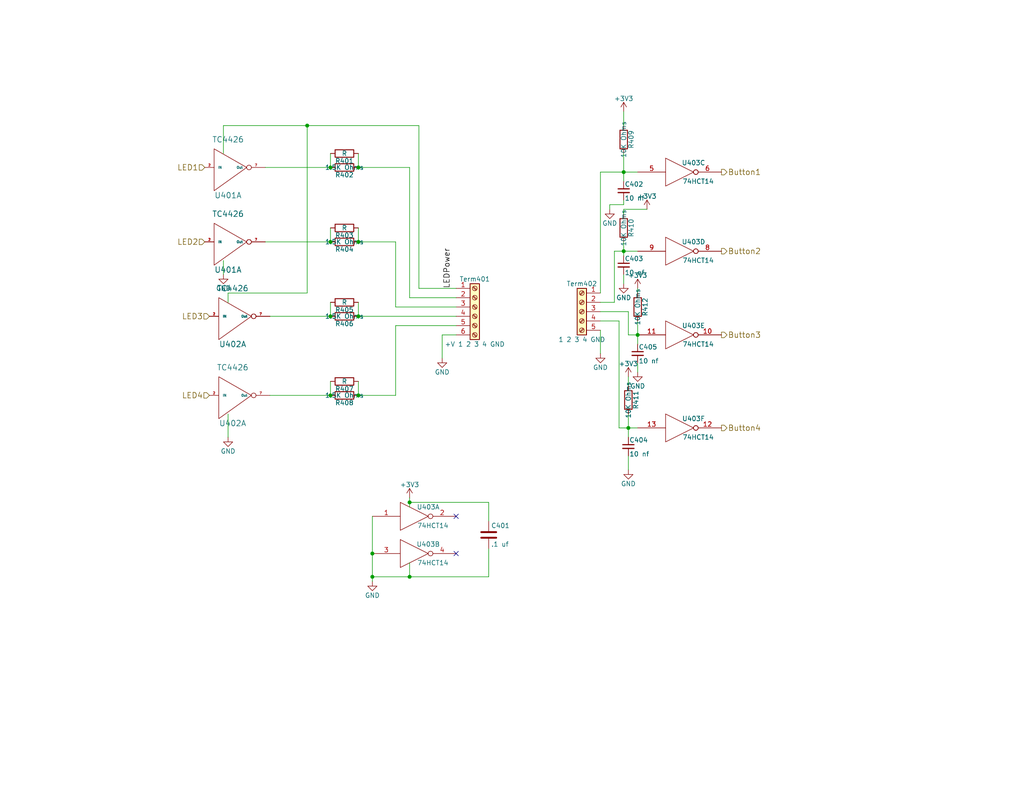
<source format=kicad_sch>
(kicad_sch (version 20211123) (generator eeschema)
  (paper "USLetter")
  (title_block (title "ESP32 S3 Multifunction Board Universal Turnout") (rev "1.0") (company "Deepwoods Software") (comment 1 "Generic Buttons and LEDs"))
  (lib_symbols
    (symbol "ESP32-T7S3-MultiFunctionUniversalTurnout-rescue:+3V3" (power) (pin_names (offset 0))
      (property "Value" "+3V3" (at 0 3.556 0))
      (symbol "+3V3_0_1"
        (polyline (pts (xy -0.762 1.27) (xy 0 2.54)))
        (polyline (pts (xy 0 0) (xy 0 2.54)))
        (polyline (pts (xy 0 2.54) (xy 0.762 1.27)))
      )
      (symbol "+3V3_1_1"
        (pin power_in line (at 0 0 90) (length 0) hide (name "+3V3") (number "1"))
      )
    )
    (symbol "ESP32-T7S3-MultiFunctionUniversalTurnout-rescue:74HC14" (pin_names (offset 0.762))
      (property "Reference" "U" (at 3.81 2.54 0))
      (property "Value" "74HC14" (at 5.08 -2.54 0))
      (symbol "74HC14_0_0"
        (polyline (pts (xy -3.81 3.81) (xy -3.81 -3.81) (xy 3.81 0) (xy -3.81 3.81)))
        (pin power_in line (at -1.27 2.54 270) (length 0) hide (name "VCC") (number "14"))
        (pin power_in line (at -1.27 -2.54 90) (length 0) hide (name "GND") (number "7"))
      )
      (symbol "74HC14_1_1"
        (pin input line (at -11.43 0 0) (length 7.62) (name "~") (number "1"))
        (pin output inverted (at 11.43 0 180) (length 7.62) (name "~") (number "2"))
      )
      (symbol "74HC14_1_2"
        (pin input inverted (at -11.43 0 0) (length 7.62) (name "~") (number "1"))
        (pin output line (at 11.43 0 180) (length 7.62) (name "~") (number "2"))
      )
      (symbol "74HC14_2_1"
        (pin input line (at -11.43 0 0) (length 7.62) (name "~") (number "3"))
        (pin output inverted (at 11.43 0 180) (length 7.62) (name "~") (number "4"))
      )
      (symbol "74HC14_2_2"
        (pin input inverted (at -11.43 0 0) (length 7.62) (name "~") (number "3"))
        (pin output line (at 11.43 0 180) (length 7.62) (name "~") (number "4"))
      )
      (symbol "74HC14_3_1"
        (pin input line (at -11.43 0 0) (length 7.62) (name "~") (number "5"))
        (pin output inverted (at 11.43 0 180) (length 7.62) (name "~") (number "6"))
      )
      (symbol "74HC14_3_2"
        (pin input inverted (at -11.43 0 0) (length 7.62) (name "~") (number "5"))
        (pin output line (at 11.43 0 180) (length 7.62) (name "~") (number "6"))
      )
      (symbol "74HC14_4_1"
        (pin output inverted (at 11.43 0 180) (length 7.62) (name "~") (number "8"))
        (pin input line (at -11.43 0 0) (length 7.62) (name "~") (number "9"))
      )
      (symbol "74HC14_4_2"
        (pin output line (at 11.43 0 180) (length 7.62) (name "~") (number "8"))
        (pin input inverted (at -11.43 0 0) (length 7.62) (name "~") (number "9"))
      )
      (symbol "74HC14_5_1"
        (pin output inverted (at 11.43 0 180) (length 7.62) (name "~") (number "10"))
        (pin input line (at -11.43 0 0) (length 7.62) (name "~") (number "11"))
      )
      (symbol "74HC14_5_2"
        (pin output line (at 11.43 0 180) (length 7.62) (name "~") (number "10"))
        (pin input inverted (at -11.43 0 0) (length 7.62) (name "~") (number "11"))
      )
      (symbol "74HC14_6_1"
        (pin output inverted (at 11.43 0 180) (length 7.62) (name "~") (number "12"))
        (pin input line (at -11.43 0 0) (length 7.62) (name "~") (number "13"))
      )
      (symbol "74HC14_6_2"
        (pin output line (at 11.43 0 180) (length 7.62) (name "~") (number "12"))
        (pin input inverted (at -11.43 0 0) (length 7.62) (name "~") (number "13"))
      )
    )
    (symbol "ESP32-T7S3-MultiFunctionUniversalTurnout-rescue:C" (pin_numbers hide) (pin_names (offset 0.254))
      (property "Reference" "C" (at 0.635 2.54 0))
      (property "Value" "C" (at 0.635 -2.54 0))
      (symbol "C_0_1"
        (polyline (pts (xy -2.032 -0.762) (xy 2.032 -0.762)) (stroke (width 0.508)))
        (polyline (pts (xy -2.032 0.762) (xy 2.032 0.762)) (stroke (width 0.508)))
      )
      (symbol "C_1_1"
        (pin passive line (at 0 3.81 270) (length 2.794) (name "~") (number "1"))
        (pin passive line (at 0 -3.81 90) (length 2.794) (name "~") (number "2"))
      )
    )
    (symbol "ESP32-T7S3-MultiFunctionUniversalTurnout-rescue:C_Small" (pin_numbers hide) (pin_names (offset 0.254) hide)
      (property "Reference" "C" (at 0.254 1.778 0))
      (property "Value" "C_Small" (at 0.254 -2.032 0))
      (symbol "C_Small_0_1"
        (polyline (pts (xy -1.524 -0.508) (xy 1.524 -0.508)) (stroke (width 0.3302)))
        (polyline (pts (xy -1.524 0.508) (xy 1.524 0.508)) (stroke (width 0.3048)))
      )
      (symbol "C_Small_1_1"
        (pin passive line (at 0 2.54 270) (length 2.032) (name "~") (number "1"))
        (pin passive line (at 0 -2.54 90) (length 2.032) (name "~") (number "2"))
      )
    )
    (symbol "ESP32-T7S3-MultiFunctionUniversalTurnout-rescue:GND" (power) (pin_names (offset 0))
      (property "Value" "GND" (at 0 -3.81 0))
      (symbol "GND_0_1"
        (polyline (pts (xy 0 0) (xy 0 -1.27) (xy 1.27 -1.27) (xy 0 -2.54) (xy -1.27 -1.27) (xy 0 -1.27)))
      )
      (symbol "GND_1_1"
        (pin power_in line (at 0 0 270) (length 0) hide (name "GND") (number "1"))
      )
    )
    (symbol "ESP32-T7S3-MultiFunctionUniversalTurnout-rescue:R" (pin_numbers hide) (pin_names (offset 0))
      (property "Reference" "R" (at 2.032 0 90))
      (property "Value" "R" (at 0 0 90))
      (symbol "R_0_1"
        (rectangle (start -1.016 -2.54) (end 1.016 2.54) (stroke (width 0.254)))
      )
      (symbol "R_1_1"
        (pin passive line (at 0 3.81 270) (length 1.27) (name "~") (number "1"))
        (pin passive line (at 0 -3.81 90) (length 1.27) (name "~") (number "2"))
      )
    )
    (symbol "ESP32-T7S3-MultiFunctionUniversalTurnout-rescue:Screw_Terminal_01x05" (pin_names (offset 1.016) hide)
      (property "Reference" "J" (at 0 7.62 0))
      (property "Value" "Screw_Terminal_01x05" (at 0 -7.62 0))
      (symbol "Screw_Terminal_01x05_1_1"
        (rectangle (start -1.27 6.35) (end 1.27 -6.35) (stroke (width 0.254)) (fill (type background)))
        (circle (center 0 -5.08) (radius 0.635) (stroke (width 0.1524)))
        (circle (center 0 -2.54) (radius 0.635) (stroke (width 0.1524)))
        (polyline (pts (xy -0.5334 -4.7498) (xy 0.3302 -5.588)) (stroke (width 0.1524)))
        (polyline (pts (xy -0.5334 -2.2098) (xy 0.3302 -3.048)) (stroke (width 0.1524)))
        (polyline (pts (xy -0.5334 0.3302) (xy 0.3302 -0.508)) (stroke (width 0.1524)))
        (polyline (pts (xy -0.5334 2.8702) (xy 0.3302 2.032)) (stroke (width 0.1524)))
        (polyline (pts (xy -0.5334 5.4102) (xy 0.3302 4.572)) (stroke (width 0.1524)))
        (polyline (pts (xy -0.3556 -4.572) (xy 0.508 -5.4102)) (stroke (width 0.1524)))
        (polyline (pts (xy -0.3556 -2.032) (xy 0.508 -2.8702)) (stroke (width 0.1524)))
        (polyline (pts (xy -0.3556 0.508) (xy 0.508 -0.3302)) (stroke (width 0.1524)))
        (polyline (pts (xy -0.3556 3.048) (xy 0.508 2.2098)) (stroke (width 0.1524)))
        (polyline (pts (xy -0.3556 5.588) (xy 0.508 4.7498)) (stroke (width 0.1524)))
        (circle (center 0 0) (radius 0.635) (stroke (width 0.1524)))
        (circle (center 0 2.54) (radius 0.635) (stroke (width 0.1524)))
        (circle (center 0 5.08) (radius 0.635) (stroke (width 0.1524)))
        (pin passive line (at -5.08 5.08 0) (length 3.81) (name "Pin_1") (number "1"))
        (pin passive line (at -5.08 2.54 0) (length 3.81) (name "Pin_2") (number "2"))
        (pin passive line (at -5.08 0 0) (length 3.81) (name "Pin_3") (number "3"))
        (pin passive line (at -5.08 -2.54 0) (length 3.81) (name "Pin_4") (number "4"))
        (pin passive line (at -5.08 -5.08 0) (length 3.81) (name "Pin_5") (number "5"))
      )
    )
    (symbol "ESP32-T7S3-MultiFunctionUniversalTurnout-rescue:Screw_Terminal_01x06" (pin_names (offset 1.016) hide)
      (property "Reference" "J" (at 0 7.62 0))
      (property "Value" "Screw_Terminal_01x06" (at 0 -10.16 0))
      (symbol "Screw_Terminal_01x06_1_1"
        (rectangle (start -1.27 6.35) (end 1.27 -8.89) (stroke (width 0.254)) (fill (type background)))
        (circle (center 0 -7.62) (radius 0.635) (stroke (width 0.1524)))
        (circle (center 0 -5.08) (radius 0.635) (stroke (width 0.1524)))
        (circle (center 0 -2.54) (radius 0.635) (stroke (width 0.1524)))
        (polyline (pts (xy -0.5334 -7.2898) (xy 0.3302 -8.128)) (stroke (width 0.1524)))
        (polyline (pts (xy -0.5334 -4.7498) (xy 0.3302 -5.588)) (stroke (width 0.1524)))
        (polyline (pts (xy -0.5334 -2.2098) (xy 0.3302 -3.048)) (stroke (width 0.1524)))
        (polyline (pts (xy -0.5334 0.3302) (xy 0.3302 -0.508)) (stroke (width 0.1524)))
        (polyline (pts (xy -0.5334 2.8702) (xy 0.3302 2.032)) (stroke (width 0.1524)))
        (polyline (pts (xy -0.5334 5.4102) (xy 0.3302 4.572)) (stroke (width 0.1524)))
        (polyline (pts (xy -0.3556 -7.112) (xy 0.508 -7.9502)) (stroke (width 0.1524)))
        (polyline (pts (xy -0.3556 -4.572) (xy 0.508 -5.4102)) (stroke (width 0.1524)))
        (polyline (pts (xy -0.3556 -2.032) (xy 0.508 -2.8702)) (stroke (width 0.1524)))
        (polyline (pts (xy -0.3556 0.508) (xy 0.508 -0.3302)) (stroke (width 0.1524)))
        (polyline (pts (xy -0.3556 3.048) (xy 0.508 2.2098)) (stroke (width 0.1524)))
        (polyline (pts (xy -0.3556 5.588) (xy 0.508 4.7498)) (stroke (width 0.1524)))
        (circle (center 0 0) (radius 0.635) (stroke (width 0.1524)))
        (circle (center 0 2.54) (radius 0.635) (stroke (width 0.1524)))
        (circle (center 0 5.08) (radius 0.635) (stroke (width 0.1524)))
        (pin passive line (at -5.08 5.08 0) (length 3.81) (name "Pin_1") (number "1"))
        (pin passive line (at -5.08 2.54 0) (length 3.81) (name "Pin_2") (number "2"))
        (pin passive line (at -5.08 0 0) (length 3.81) (name "Pin_3") (number "3"))
        (pin passive line (at -5.08 -2.54 0) (length 3.81) (name "Pin_4") (number "4"))
        (pin passive line (at -5.08 -5.08 0) (length 3.81) (name "Pin_5") (number "5"))
        (pin passive line (at -5.08 -7.62 0) (length 3.81) (name "Pin_6") (number "6"))
      )
    )
    (symbol "ESP32-T7S3-MultiFunctionUniversalTurnout-rescue:TC4426" (pin_names (offset 1.016))
      (property "Reference" "U" (at 0 -7.62 0))
      (property "Value" "TC4426" (at 0 7.62 0))
      (symbol "TC4426_0_1"
        (polyline (pts (xy 5.08 0) (xy -3.81 5.08) (xy -3.81 -6.35) (xy 5.08 0)))
        (pin power_in line (at -1.27 -5.08 90) (length 0) hide (name "GND") (number "3"))
        (pin power_in line (at -1.27 3.81 270) (length 0) hide (name "VPower") (number "6"))
      )
      (symbol "TC4426_1_1"
        (pin input line (at -6.35 0 0) (length 2.54) (name "IN") (number "2"))
        (pin output inverted (at 10.16 0 180) (length 5.08) (name "Out") (number "7"))
      )
      (symbol "TC4426_2_1"
        (pin input line (at -6.35 0 0) (length 2.54) (name "IN") (number "4"))
        (pin output inverted (at 10.16 0 180) (length 5.08) (name "Out") (number "5"))
      )
    )
  )
  (junction (at 97.79 66.04))
  (junction (at 97.79 45.72))
  (junction (at 90.17 66.04))
  (junction (at 111.76 157.48))
  (junction (at 90.17 107.95))
  (junction (at 97.79 107.95))
  (junction (at 101.6 157.48))
  (junction (at 171.45 116.84))
  (junction (at 170.18 68.58))
  (junction (at 83.82 34.29))
  (junction (at 101.6 151.13))
  (junction (at 90.17 45.72))
  (junction (at 111.76 137.16))
  (junction (at 97.79 86.36))
  (junction (at 173.99 91.44))
  (junction (at 170.18 46.99))
  (junction (at 90.17 86.36))
  (no_connect (at 124.46 140.97))
  (no_connect (at 124.46 151.13))
  (wire (pts (xy 120.65 91.44) (xy 120.65 97.79)))
  (wire (pts (xy 173.99 87.63) (xy 173.99 91.44)))
  (wire (pts (xy 107.95 88.9) (xy 107.95 107.95)))
  (wire (pts (xy 170.18 68.58) (xy 173.99 68.58)))
  (wire (pts (xy 111.76 157.48) (xy 133.35 157.48)))
  (wire (pts (xy 97.79 45.72) (xy 111.76 45.72)))
  (wire (pts (xy 111.76 45.72) (xy 111.76 81.28)))
  (wire (pts (xy 173.99 80.01) (xy 173.99 78.74)))
  (wire (pts (xy 107.95 107.95) (xy 97.79 107.95)))
  (wire (pts (xy 60.96 74.93) (xy 60.96 71.12)))
  (wire (pts (xy 163.83 46.99) (xy 170.18 46.99)))
  (wire (pts (xy 90.17 62.23) (xy 90.17 66.04)))
  (wire (pts (xy 171.45 116.84) (xy 173.99 116.84)))
  (wire (pts (xy 171.45 85.09) (xy 171.45 91.44)))
  (wire (pts (xy 163.83 85.09) (xy 171.45 85.09)))
  (wire (pts (xy 114.3 78.74) (xy 124.46 78.74)))
  (wire (pts (xy 62.23 80.01) (xy 83.82 80.01)))
  (wire (pts (xy 171.45 102.87) (xy 171.45 105.41)))
  (wire (pts (xy 167.64 68.58) (xy 170.18 68.58)))
  (wire (pts (xy 163.83 82.55) (xy 167.64 82.55)))
  (wire (pts (xy 97.79 82.55) (xy 97.79 86.36)))
  (wire (pts (xy 107.95 83.82) (xy 124.46 83.82)))
  (wire (pts (xy 133.35 142.24) (xy 133.35 137.16)))
  (wire (pts (xy 170.18 55.88) (xy 166.37 55.88)))
  (wire (pts (xy 83.82 34.29) (xy 114.3 34.29)))
  (wire (pts (xy 170.18 68.58) (xy 170.18 69.85)))
  (wire (pts (xy 97.79 41.91) (xy 97.79 45.72)))
  (wire (pts (xy 170.18 46.99) (xy 170.18 49.53)))
  (wire (pts (xy 90.17 82.55) (xy 90.17 86.36)))
  (wire (pts (xy 124.46 91.44) (xy 120.65 91.44)))
  (wire (pts (xy 163.83 87.63) (xy 168.91 87.63)))
  (wire (pts (xy 133.35 157.48) (xy 133.35 149.86)))
  (wire (pts (xy 101.6 151.13) (xy 101.6 157.48)))
  (wire (pts (xy 101.6 140.97) (xy 101.6 151.13)))
  (wire (pts (xy 60.96 41.91) (xy 60.96 34.29)))
  (wire (pts (xy 167.64 82.55) (xy 167.64 68.58)))
  (wire (pts (xy 170.18 66.04) (xy 170.18 68.58)))
  (wire (pts (xy 171.45 128.27) (xy 171.45 124.46)))
  (wire (pts (xy 173.99 99.06) (xy 173.99 101.6)))
  (wire (pts (xy 90.17 104.14) (xy 90.17 107.95)))
  (wire (pts (xy 124.46 88.9) (xy 107.95 88.9)))
  (wire (pts (xy 90.17 41.91) (xy 90.17 45.72)))
  (wire (pts (xy 168.91 87.63) (xy 168.91 116.84)))
  (wire (pts (xy 170.18 41.91) (xy 170.18 46.99)))
  (wire (pts (xy 62.23 82.55) (xy 62.23 80.01)))
  (wire (pts (xy 111.76 81.28) (xy 124.46 81.28)))
  (wire (pts (xy 101.6 157.48) (xy 101.6 158.75)))
  (wire (pts (xy 90.17 107.95) (xy 73.66 107.95)))
  (wire (pts (xy 170.18 77.47) (xy 170.18 74.93)))
  (wire (pts (xy 111.76 157.48) (xy 111.76 153.67)))
  (wire (pts (xy 83.82 80.01) (xy 83.82 34.29)))
  (wire (pts (xy 171.45 113.03) (xy 171.45 116.84)))
  (wire (pts (xy 97.79 62.23) (xy 97.79 66.04)))
  (wire (pts (xy 101.6 157.48) (xy 111.76 157.48)))
  (wire (pts (xy 111.76 137.16) (xy 111.76 138.43)))
  (wire (pts (xy 90.17 86.36) (xy 73.66 86.36)))
  (wire (pts (xy 171.45 116.84) (xy 171.45 119.38)))
  (wire (pts (xy 60.96 34.29) (xy 83.82 34.29)))
  (wire (pts (xy 107.95 66.04) (xy 107.95 83.82)))
  (wire (pts (xy 171.45 91.44) (xy 173.99 91.44)))
  (wire (pts (xy 97.79 86.36) (xy 124.46 86.36)))
  (wire (pts (xy 97.79 104.14) (xy 97.79 107.95)))
  (wire (pts (xy 133.35 137.16) (xy 111.76 137.16)))
  (wire (pts (xy 111.76 135.89) (xy 111.76 137.16)))
  (wire (pts (xy 114.3 34.29) (xy 114.3 78.74)))
  (wire (pts (xy 90.17 66.04) (xy 72.39 66.04)))
  (wire (pts (xy 62.23 119.38) (xy 62.23 113.03)))
  (wire (pts (xy 170.18 30.48) (xy 170.18 34.29)))
  (wire (pts (xy 90.17 45.72) (xy 72.39 45.72)))
  (wire (pts (xy 170.18 54.61) (xy 170.18 55.88)))
  (wire (pts (xy 170.18 57.15) (xy 170.18 58.42)))
  (wire (pts (xy 170.18 57.15) (xy 176.53 57.15)))
  (wire (pts (xy 163.83 80.01) (xy 163.83 46.99)))
  (wire (pts (xy 97.79 66.04) (xy 107.95 66.04)))
  (wire (pts (xy 168.91 116.84) (xy 171.45 116.84)))
  (wire (pts (xy 166.37 55.88) (xy 166.37 57.15)))
  (wire (pts (xy 163.83 90.17) (xy 163.83 96.52)))
  (wire (pts (xy 173.99 91.44) (xy 173.99 93.98)))
  (wire (pts (xy 170.18 46.99) (xy 173.99 46.99)))
  (label "LEDPower" (at 123.19 78.74 90) (effects (font (size 1.524 1.524))))
  (hierarchical_label "LED4" (shape input) (at 57.15 107.95 180) (effects (font (size 1.524 1.524))))
  (hierarchical_label "Button1" (shape output) (at 196.85 46.99 0) (effects (font (size 1.524 1.524))))
  (hierarchical_label "Button3" (shape output) (at 196.85 91.44 0) (effects (font (size 1.524 1.524))))
  (hierarchical_label "Button4" (shape output) (at 196.85 116.84 0) (effects (font (size 1.524 1.524))))
  (hierarchical_label "LED1" (shape input) (at 55.88 45.72 180) (effects (font (size 1.524 1.524))))
  (hierarchical_label "LED3" (shape input) (at 57.15 86.36 180) (effects (font (size 1.524 1.524))))
  (hierarchical_label "LED2" (shape input) (at 55.88 66.04 180) (effects (font (size 1.524 1.524))))
  (hierarchical_label "Button2" (shape output) (at 196.85 68.58 0) (effects (font (size 1.524 1.524))))
  (symbol (lib_id "ESP32-T7S3-MultiFunctionUniversalTurnout-rescue:TC4426") (at 63.5 86.36 0) (unit 1)
    (property "Reference" "U402" (at 63.5 93.98 0) (effects (font (size 1.524 1.524))))
    (property "Value" "TC4426" (at 63.5 78.74 0) (effects (font (size 1.524 1.524))))
    (property "Footprint" "Housings_SOIC:SOIC-8_3.9x4.9mm_Pitch1.27mm" (effects hide))
    (property "Mouser Part Number" "579-TC1426COA713" (effects hide))
  )
  (symbol (lib_id "ESP32-T7S3-MultiFunctionUniversalTurnout-rescue:TC4426") (at 63.5 107.95 0) (unit 1)
    (property "Reference" "U402" (at 63.5 115.57 0) (effects (font (size 1.524 1.524))))
    (property "Value" "TC4426" (at 63.5 100.33 0) (effects (font (size 1.524 1.524))))
    (property "Footprint" "Housings_SOIC:SOIC-8_3.9x4.9mm_Pitch1.27mm" (effects hide))
    (property "Mouser Part Number" "579-TC1426COA713" (effects hide))
  )
  (symbol (lib_id "ESP32-T7S3-MultiFunctionUniversalTurnout-rescue:R") (at 93.98 45.72 270) (unit 1)
    (property "Reference" "R402" (at 93.98 47.752 90))
    (property "Value" "1.5K Ohms" (at 93.98 45.72 90))
    (property "Footprint" "Resistors_SMD:R_0603" (effects hide))
    (property "Mouser Part Number" "71-CRCW06031K50JNEAC" (effects hide))
  )
  (symbol (lib_id "ESP32-T7S3-MultiFunctionUniversalTurnout-rescue:R") (at 93.98 41.91 270) (unit 1)
    (property "Reference" "R401" (at 93.98 43.942 90))
    (property "Value" "R" (at 93.98 41.91 90))
    (property "Footprint" "Resistors_THT:R_Axial_DIN0207_L6.3mm_D2.5mm_P7.62mm_Horizontal" (effects hide))
  )
  (symbol (lib_id "ESP32-T7S3-MultiFunctionUniversalTurnout-rescue:R") (at 93.98 66.04 270) (unit 1)
    (property "Reference" "R404" (at 93.98 68.072 90))
    (property "Value" "1.5K Ohms" (at 93.98 66.04 90))
    (property "Footprint" "Resistors_SMD:R_0603" (effects hide))
    (property "Mouser Part Number" "71-CRCW06031K50JNEAC" (effects hide))
  )
  (symbol (lib_id "ESP32-T7S3-MultiFunctionUniversalTurnout-rescue:R") (at 93.98 62.23 270) (unit 1)
    (property "Reference" "R403" (at 93.98 64.262 90))
    (property "Value" "R" (at 93.98 62.23 90))
    (property "Footprint" "Resistors_THT:R_Axial_DIN0207_L6.3mm_D2.5mm_P7.62mm_Horizontal" (effects hide))
  )
  (symbol (lib_id "ESP32-T7S3-MultiFunctionUniversalTurnout-rescue:R") (at 93.98 86.36 270) (unit 1)
    (property "Reference" "R406" (at 93.98 88.392 90))
    (property "Value" "1.5K Ohms" (at 93.98 86.36 90))
    (property "Footprint" "Resistors_SMD:R_0603" (effects hide))
    (property "Mouser Part Number" "71-CRCW06031K50JNEAC" (effects hide))
  )
  (symbol (lib_id "ESP32-T7S3-MultiFunctionUniversalTurnout-rescue:R") (at 93.98 82.55 270) (unit 1)
    (property "Reference" "R405" (at 93.98 84.582 90))
    (property "Value" "R" (at 93.98 82.55 90))
    (property "Footprint" "Resistors_THT:R_Axial_DIN0207_L6.3mm_D2.5mm_P7.62mm_Horizontal" (effects hide))
  )
  (symbol (lib_id "ESP32-T7S3-MultiFunctionUniversalTurnout-rescue:R") (at 93.98 107.95 270) (unit 1)
    (property "Reference" "R408" (at 93.98 109.982 90))
    (property "Value" "1.5K Ohms" (at 93.98 107.95 90))
    (property "Footprint" "Resistors_SMD:R_0603" (effects hide))
    (property "Mouser Part Number" "71-CRCW06031K50JNEAC" (effects hide))
  )
  (symbol (lib_id "ESP32-T7S3-MultiFunctionUniversalTurnout-rescue:R") (at 93.98 104.14 270) (unit 1)
    (property "Reference" "R407" (at 93.98 106.172 90))
    (property "Value" "R" (at 93.98 104.14 90))
    (property "Footprint" "Resistors_THT:R_Axial_DIN0207_L6.3mm_D2.5mm_P7.62mm_Horizontal" (effects hide))
  )
  (symbol (lib_id "ESP32-T7S3-MultiFunctionUniversalTurnout-rescue:Screw_Terminal_01x06") (at 129.54 83.82 0) (unit 1)
    (property "Reference" "Term401" (at 129.54 76.2 0))
    (property "Value" "+V 1 2 3 4 GND" (at 129.54 93.98 0))
    (property "Footprint" "Connectors_Terminal_Blocks:TerminalBlock_Pheonix_MPT-2.54mm_6pol" (effects hide))
    (property "Mouser Part Number" "651-1725698" (effects hide))
  )
  (symbol (lib_id "ESP32-T7S3-MultiFunctionUniversalTurnout-rescue:GND") (at 120.65 97.79 0) (unit 1)
    (property "Reference" "#PWR011" (effects hide))
    (property "Value" "GND" (at 120.65 101.6 0))
  )
  (symbol (lib_id "ESP32-T7S3-MultiFunctionUniversalTurnout-rescue:74HC14") (at 185.42 46.99 0) (unit 3)
    (property "Reference" "U403" (at 189.23 44.45 0))
    (property "Value" "74HCT14" (at 190.5 49.53 0))
    (property "Footprint" "Housings_SOIC:SOIC-14_3.9x8.7mm_Pitch1.27mm" (effects hide))
    (property "Mouser Part Number" "595-CD74HC14M " (effects hide))
  )
  (symbol (lib_id "ESP32-T7S3-MultiFunctionUniversalTurnout-rescue:74HC14") (at 185.42 68.58 0) (unit 4)
    (property "Reference" "U403" (at 189.23 66.04 0))
    (property "Value" "74HCT14" (at 190.5 71.12 0))
    (property "Footprint" "Housings_SOIC:SOIC-14_3.9x8.7mm_Pitch1.27mm" (effects hide))
  )
  (symbol (lib_id "ESP32-T7S3-MultiFunctionUniversalTurnout-rescue:74HC14") (at 185.42 91.44 0) (unit 5)
    (property "Reference" "U403" (at 189.23 88.9 0))
    (property "Value" "74HCT14" (at 190.5 93.98 0))
    (property "Footprint" "Housings_SOIC:SOIC-14_3.9x8.7mm_Pitch1.27mm" (effects hide))
  )
  (symbol (lib_id "ESP32-T7S3-MultiFunctionUniversalTurnout-rescue:74HC14") (at 185.42 116.84 0) (unit 6)
    (property "Reference" "U403" (at 189.23 114.3 0))
    (property "Value" "74HCT14" (at 190.5 119.38 0))
    (property "Footprint" "Housings_SOIC:SOIC-14_3.9x8.7mm_Pitch1.27mm" (effects hide))
  )
  (symbol (lib_id "ESP32-T7S3-MultiFunctionUniversalTurnout-rescue:74HC14") (at 113.03 140.97 0) (unit 1)
    (property "Reference" "U403" (at 116.84 138.43 0))
    (property "Value" "74HCT14" (at 118.11 143.51 0))
    (property "Footprint" "Housings_SOIC:SOIC-14_3.9x8.7mm_Pitch1.27mm" (effects hide))
  )
  (symbol (lib_id "ESP32-T7S3-MultiFunctionUniversalTurnout-rescue:74HC14") (at 113.03 151.13 0) (unit 2)
    (property "Reference" "U403" (at 116.84 148.59 0))
    (property "Value" "74HCT14" (at 118.11 153.67 0))
    (property "Footprint" "Housings_SOIC:SOIC-14_3.9x8.7mm_Pitch1.27mm" (effects hide))
  )
  (symbol (lib_id "ESP32-T7S3-MultiFunctionUniversalTurnout-rescue:GND") (at 101.6 158.75 0) (unit 1)
    (property "Reference" "#PWR012" (effects hide))
    (property "Value" "GND" (at 101.6 162.56 0))
  )
  (symbol (lib_id "ESP32-T7S3-MultiFunctionUniversalTurnout-rescue:+3V3") (at 111.76 135.89 0) (unit 1)
    (property "Reference" "#PWR013" (effects hide))
    (property "Value" "+3V3" (at 111.76 132.334 0))
  )
  (symbol (lib_id "ESP32-T7S3-MultiFunctionUniversalTurnout-rescue:C") (at 133.35 146.05 0) (unit 1)
    (property "Reference" "C401" (at 133.985 143.51 0) (effects (justify left)))
    (property "Value" ".1 uf" (at 133.985 148.59 0) (effects (justify left)))
    (property "Footprint" "Capacitors_SMD:C_0603" (effects hide))
    (property "Mouser Part Number" "710-885012206095" (effects hide))
  )
  (symbol (lib_id "ESP32-T7S3-MultiFunctionUniversalTurnout-rescue:Screw_Terminal_01x05") (at 158.75 85.09 0) (mirror y) (unit 1)
    (property "Reference" "Term402" (at 158.75 77.47 0))
    (property "Value" "1 2 3 4 GND" (at 158.75 92.71 0))
    (property "Footprint" "Connectors_Terminal_Blocks:TerminalBlock_Pheonix_MPT-2.54mm_5pol" (effects hide))
    (property "Mouser Part Number" "651-1725685" (effects hide))
  )
  (symbol (lib_id "ESP32-T7S3-MultiFunctionUniversalTurnout-rescue:GND") (at 163.83 96.52 0) (unit 1)
    (property "Reference" "#PWR014" (effects hide))
    (property "Value" "GND" (at 163.83 100.33 0))
  )
  (symbol (lib_id "ESP32-T7S3-MultiFunctionUniversalTurnout-rescue:R") (at 170.18 38.1 0) (unit 1)
    (property "Reference" "R409" (at 172.212 38.1 90))
    (property "Value" "10K Ohms" (at 170.18 38.1 90))
    (property "Footprint" "Resistors_SMD:R_0603" (effects hide))
    (property "Mouser Part Number" "71-CRCW060310K0JNEBC" (effects hide))
  )
  (symbol (lib_id "ESP32-T7S3-MultiFunctionUniversalTurnout-rescue:C_Small") (at 170.18 52.07 0) (unit 1)
    (property "Reference" "C402" (at 170.434 50.292 0) (effects (justify left)))
    (property "Value" "10 nf" (at 170.434 54.102 0) (effects (justify left)))
    (property "Footprint" "Capacitors_SMD:C_0603" (effects hide))
    (property "Mouser Part Number" "710-885382206002" (effects hide))
  )
  (symbol (lib_id "ESP32-T7S3-MultiFunctionUniversalTurnout-rescue:R") (at 170.18 62.23 0) (unit 1)
    (property "Reference" "R410" (at 172.212 62.23 90))
    (property "Value" "10K Ohms" (at 170.18 62.23 90))
    (property "Footprint" "Resistors_SMD:R_0603" (effects hide))
    (property "Mouser Part Number" "71-CRCW060310K0JNEBC" (effects hide))
  )
  (symbol (lib_id "ESP32-T7S3-MultiFunctionUniversalTurnout-rescue:R") (at 173.99 83.82 0) (unit 1)
    (property "Reference" "R412" (at 176.022 83.82 90))
    (property "Value" "10K Ohms" (at 173.99 83.82 90))
    (property "Footprint" "Resistors_SMD:R_0603" (effects hide))
    (property "Mouser Part Number" "71-CRCW060310K0JNEBC" (effects hide))
  )
  (symbol (lib_id "ESP32-T7S3-MultiFunctionUniversalTurnout-rescue:R") (at 171.45 109.22 0) (unit 1)
    (property "Reference" "R411" (at 173.482 109.22 90))
    (property "Value" "10K Ohms" (at 171.45 109.22 90))
    (property "Footprint" "Resistors_SMD:R_0603" (effects hide))
    (property "Mouser Part Number" "71-CRCW060310K0JNEBC" (effects hide))
  )
  (symbol (lib_id "ESP32-T7S3-MultiFunctionUniversalTurnout-rescue:C_Small") (at 170.18 72.39 0) (unit 1)
    (property "Reference" "C403" (at 170.434 70.612 0) (effects (justify left)))
    (property "Value" "10 nf" (at 170.434 74.422 0) (effects (justify left)))
    (property "Footprint" "Capacitors_SMD:C_0603" (effects hide))
    (property "Mouser Part Number" "710-885382206002" (effects hide))
  )
  (symbol (lib_id "ESP32-T7S3-MultiFunctionUniversalTurnout-rescue:C_Small") (at 173.99 96.52 0) (unit 1)
    (property "Reference" "C405" (at 174.244 94.742 0) (effects (justify left)))
    (property "Value" "10 nf" (at 174.244 98.552 0) (effects (justify left)))
    (property "Footprint" "Capacitors_SMD:C_0603" (effects hide))
    (property "Mouser Part Number" "710-885382206002" (effects hide))
  )
  (symbol (lib_id "ESP32-T7S3-MultiFunctionUniversalTurnout-rescue:C_Small") (at 171.45 121.92 0) (unit 1)
    (property "Reference" "C404" (at 171.704 120.142 0) (effects (justify left)))
    (property "Value" "10 nf" (at 171.704 123.952 0) (effects (justify left)))
    (property "Footprint" "Capacitors_SMD:C_0603" (effects hide))
    (property "Mouser Part Number" "710-885382206002" (effects hide))
  )
  (symbol (lib_id "ESP32-T7S3-MultiFunctionUniversalTurnout-rescue:+3V3") (at 170.18 30.48 0) (unit 1)
    (property "Reference" "#PWR015" (effects hide))
    (property "Value" "+3V3" (at 170.18 26.924 0))
  )
  (symbol (lib_id "ESP32-T7S3-MultiFunctionUniversalTurnout-rescue:+3V3") (at 176.53 57.15 0) (unit 1)
    (property "Reference" "#PWR016" (effects hide))
    (property "Value" "+3V3" (at 176.53 53.594 0))
  )
  (symbol (lib_id "ESP32-T7S3-MultiFunctionUniversalTurnout-rescue:+3V3") (at 173.99 78.74 0) (unit 1)
    (property "Reference" "#PWR017" (effects hide))
    (property "Value" "+3V3" (at 173.99 75.184 0))
  )
  (symbol (lib_id "ESP32-T7S3-MultiFunctionUniversalTurnout-rescue:+3V3") (at 171.45 102.87 0) (unit 1)
    (property "Reference" "#PWR018" (effects hide))
    (property "Value" "+3V3" (at 171.45 99.314 0))
  )
  (symbol (lib_id "ESP32-T7S3-MultiFunctionUniversalTurnout-rescue:GND") (at 166.37 57.15 0) (unit 1)
    (property "Reference" "#PWR019" (effects hide))
    (property "Value" "GND" (at 166.37 60.96 0))
  )
  (symbol (lib_id "ESP32-T7S3-MultiFunctionUniversalTurnout-rescue:GND") (at 170.18 77.47 0) (unit 1)
    (property "Reference" "#PWR020" (effects hide))
    (property "Value" "GND" (at 170.18 81.28 0))
  )
  (symbol (lib_id "ESP32-T7S3-MultiFunctionUniversalTurnout-rescue:GND") (at 173.99 101.6 0) (unit 1)
    (property "Reference" "#PWR021" (effects hide))
    (property "Value" "GND" (at 173.99 105.41 0))
  )
  (symbol (lib_id "ESP32-T7S3-MultiFunctionUniversalTurnout-rescue:GND") (at 171.45 128.27 0) (unit 1)
    (property "Reference" "#PWR022" (effects hide))
    (property "Value" "GND" (at 171.45 132.08 0))
  )
  (symbol (lib_id "ESP32-T7S3-MultiFunctionUniversalTurnout-rescue:TC4426") (at 62.23 45.72 0) (unit 1)
    (property "Reference" "U401" (at 62.23 53.34 0) (effects (font (size 1.524 1.524))))
    (property "Value" "TC4426" (at 62.23 38.1 0) (effects (font (size 1.524 1.524))))
    (property "Footprint" "Housings_SOIC:SOIC-8_3.9x4.9mm_Pitch1.27mm" (effects hide))
    (property "Mouser Part Number" "579-TC1426COA713" (effects hide))
  )
  (symbol (lib_id "ESP32-T7S3-MultiFunctionUniversalTurnout-rescue:TC4426") (at 62.23 66.04 0) (unit 1)
    (property "Reference" "U401" (at 62.23 73.66 0) (effects (font (size 1.524 1.524))))
    (property "Value" "TC4426" (at 62.23 58.42 0) (effects (font (size 1.524 1.524))))
    (property "Footprint" "Housings_SOIC:SOIC-8_3.9x4.9mm_Pitch1.27mm" (effects hide))
    (property "Mouser Part Number" "579-TC1426COA713" (effects hide))
  )
  (symbol (lib_id "ESP32-T7S3-MultiFunctionUniversalTurnout-rescue:GND") (at 60.96 74.93 0) (unit 1)
    (property "Reference" "#PWR023" (effects hide))
    (property "Value" "GND" (at 60.96 78.74 0))
  )
  (symbol (lib_id "ESP32-T7S3-MultiFunctionUniversalTurnout-rescue:GND") (at 62.23 119.38 0) (unit 1)
    (property "Reference" "#PWR024" (effects hide))
    (property "Value" "GND" (at 62.23 123.19 0))
  )
)
</source>
